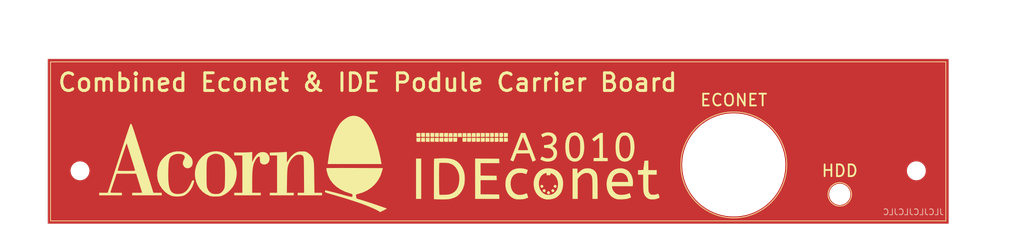
<source format=kicad_pcb>
(kicad_pcb (version 20221018) (generator pcbnew)
  (title_block (title "L3 Econet Server RTC") (date "2022-03-09") (rev "01a") (company "Ken Lowe"))
  (layers (0 "F.Cu" jumper) (31 "B.Cu" signal) (34 "B.Paste" user) (35 "F.Paste" user) (36 "B.SilkS" user "B.Silkscreen") (37 "F.SilkS" user "F.Silkscreen") (38 "B.Mask" user) (39 "F.Mask" user) (44 "Edge.Cuts" user))
  (net 0 "")
  (footprint "MountingHole:MountingHole_4mm" (layer "F.Cu") (at 76.546 93.545 180)
    (fp_text reference "H5" hide)
    (fp_text value "MountingHole")
    (pad "" np_thru_hole circle (at 0 0 180) (size 2.7 2.7) (drill 2.7) (layers "F&B.Cu" "*.Mask"))
  )
  (footprint "MountingHole:MountingHole_4mm" (layer "F.Cu") (at 187.546 92.545 180)
    (fp_text reference "H5" hide)
    (fp_text value "MountingHole")
    (pad "" np_thru_hole circle (at 0 0 180) (size 17 17) (drill 17) (layers "F&B.Cu" "*.Mask"))
  )
  (footprint "MountingHole:MountingHole_4mm" (layer "F.Cu") (at 218.546 93.545 180)
    (fp_text reference "H5" hide)
    (fp_text value "MountingHole")
    (pad "" np_thru_hole circle (at 0 0 180) (size 2.7 2.7) (drill 2.7) (layers "F&B.Cu" "*.Mask"))
  )
  (footprint "A3010_Podule_Carrier:IDEconet" (layer "F.Cu") (at 154.546 92.545)
    (fp_text reference "G***" hide)
    (fp_text value "LOGO" hide)
    (fp_poly (pts (xy -20.06551 5.774952) (xy -20.946435 5.774952) (xy -20.946435 -1.076686) (xy -20.06551 -1.076686)) (fill solid) (layer "F.SilkS"))
    (fp_poly (pts (xy -13.16046 -4.747206) (xy -13.854568 -4.747206) (xy -13.825626 -5.4079) (xy -13.189402 -5.4079)) (fill solid) (layer "F.SilkS"))
    (fp_poly (pts (xy -12.377416 -4.747206) (xy -13.071524 -4.747206) (xy -13.042582 -5.4079) (xy -12.406358 -5.4079)) (fill solid) (layer "F.SilkS"))
    (fp_poly (pts (xy -10.811327 -4.747206) (xy -11.505435 -4.747206) (xy -11.476493 -5.4079) (xy -10.840269 -5.4079)) (fill solid) (layer "F.SilkS"))
    (fp_poly (pts (xy -10.057225 -5.4079) (xy -10.057225 -4.771676) (xy -10.717919 -4.742734) (xy -10.717919 -5.436842)) (fill solid) (layer "F.SilkS"))
    (fp_poly (pts (xy -8.491136 -5.4079) (xy -8.491136 -4.771676) (xy -9.15183 -4.742734) (xy -9.15183 -5.436842)) (fill solid) (layer "F.SilkS"))
    (fp_poly (pts (xy -5.358959 -5.4079) (xy -5.358959 -4.771676) (xy -6.019653 -4.742734) (xy -6.019653 -5.436842)) (fill solid) (layer "F.SilkS"))
    (fp_poly (pts (xy -14.726549 -4.747206) (xy -15.420657 -4.747206) (xy -15.406186 -5.077553) (xy -15.391714 -5.4079) (xy -14.755491 -5.4079)) (fill solid) (layer "F.SilkS"))
    (fp_poly (pts (xy -13.957976 -5.077553) (xy -13.943504 -4.747206) (xy -14.637612 -4.747206) (xy -14.60867 -5.4079) (xy -13.972447 -5.4079)) (fill solid) (layer "F.SilkS"))
    (fp_poly (pts (xy -11.608843 -5.077553) (xy -11.594371 -4.747206) (xy -12.28848 -4.747206) (xy -12.274008 -5.077553) (xy -12.259537 -5.4079) (xy -11.623314 -5.4079)) (fill solid) (layer "F.SilkS"))
    (fp_poly (pts (xy -10.387572 -4.590386) (xy -10.057225 -4.575915) (xy -10.057225 -3.939692) (xy -10.387572 -3.925221) (xy -10.717919 -3.910749) (xy -10.717919 -4.604858)) (fill solid) (layer "F.SilkS"))
    (fp_poly (pts (xy -9.604528 -5.422371) (xy -9.274181 -5.4079) (xy -9.274181 -4.771676) (xy -9.604528 -4.757205) (xy -9.934874 -4.742734) (xy -9.934874 -5.436842)) (fill solid) (layer "F.SilkS"))
    (fp_poly (pts (xy -9.604528 -4.590386) (xy -9.274181 -4.575915) (xy -9.274181 -3.939692) (xy -9.604528 -3.925221) (xy -9.934874 -3.910749) (xy -9.934874 -4.604858)) (fill solid) (layer "F.SilkS"))
    (fp_poly (pts (xy -8.821483 -4.590386) (xy -8.491136 -4.575915) (xy -8.491136 -3.939692) (xy -8.821483 -3.925221) (xy -9.15183 -3.910749) (xy -9.15183 -4.604858)) (fill solid) (layer "F.SilkS"))
    (fp_poly (pts (xy -5.689306 -4.590386) (xy -5.358959 -4.575915) (xy -5.358959 -3.939692) (xy -5.689306 -3.925221) (xy -6.019653 -3.910749) (xy -6.019653 -4.604858)) (fill solid) (layer "F.SilkS"))
    (fp_poly (pts (xy -7.722702 -4.343449) (xy -7.711035 -4.138765) (xy -7.723493 -4.012557) (xy -7.774846 -3.945868) (xy -7.879866 -3.919742) (xy -8.053323 -3.915222) (xy -8.368786 -3.915222) (xy -8.368786 -4.600385) (xy -7.742009 -4.600385)) (fill solid) (layer "F.SilkS"))
    (fp_poly (pts (xy -20.212331 -4.747206) (xy -20.531979 -4.747206) (xy -20.739021 -4.756964) (xy -20.851023 -4.786165) (xy -20.871312 -4.808382) (xy -20.880782 -4.889081) (xy -20.883944 -5.030543) (xy -20.882011 -5.138728) (xy -20.873025 -5.4079) (xy -20.212331 -5.436842)) (fill solid) (layer "F.SilkS"))
    (fp_poly (pts (xy -17.863198 -4.747206) (xy -18.176074 -4.747206) (xy -18.379323 -4.757142) (xy -18.489514 -4.786709) (xy -18.508982 -4.808382) (xy -18.516779 -4.888258) (xy -18.515846 -5.030013) (xy -18.509689 -5.150963) (xy -18.490363 -5.43237) (xy -17.863198 -5.43237)) (fill solid) (layer "F.SilkS"))
    (fp_poly (pts (xy -16.297109 -4.747206) (xy -16.616757 -4.747206) (xy -16.814443 -4.755295) (xy -16.926744 -4.781018) (xy -16.962119 -4.814215) (xy -16.974021 -4.898736) (xy -16.976539 -5.042333) (xy -16.972818 -5.144562) (xy -16.957803 -5.4079) (xy -16.297109 -5.436842)) (fill solid) (layer "F.SilkS"))
    (fp_poly (pts (xy -15.514065 -4.747206) (xy -15.833713 -4.747206) (xy -16.031399 -4.755295) (xy -16.143699 -4.781018) (xy -16.179074 -4.814215) (xy -16.190976 -4.898736) (xy -16.193494 -5.042333) (xy -16.189773 -5.144562) (xy -16.174759 -5.4079) (xy -15.514065 -5.436842)) (fill solid) (layer "F.SilkS"))
    (fp_poly (pts (xy -7.722295 -5.150963) (xy -7.715002 -4.98665) (xy -7.716492 -4.858451) (xy -7.723002 -4.808382) (xy -7.786624 -4.769277) (xy -7.944276 -4.749625) (xy -8.05591 -4.747206) (xy -8.368786 -4.747206) (xy -8.368786 -5.43237) (xy -7.741621 -5.43237)) (fill solid) (layer "F.SilkS"))
    (fp_poly (pts (xy -6.941812 -5.169492) (xy -6.931469 -4.966381) (xy -6.942145 -4.841779) (xy -6.988803 -4.776506) (xy -7.086407 -4.751376) (xy -7.24992 -4.747209) (xy -7.271218 -4.747206) (xy -7.585741 -4.747206) (xy -7.585741 -5.43237) (xy -6.958577 -5.43237)) (fill solid) (layer "F.SilkS"))
    (fp_poly (pts (xy -6.941812 -4.337507) (xy -6.931469 -4.134396) (xy -6.942145 -4.009795) (xy -6.988803 -3.944521) (xy -7.086407 -3.919392) (xy -7.24992 -3.915224) (xy -7.271218 -3.915222) (xy -7.585741 -3.915222) (xy -7.585741 -4.600385) (xy -6.958577 -4.600385)) (fill solid) (layer "F.SilkS"))
    (fp_poly (pts (xy -6.158768 -5.169492) (xy -6.148425 -4.966381) (xy -6.159101 -4.841779) (xy -6.205759 -4.776506) (xy -6.303362 -4.751376) (xy -6.466876 -4.747209) (xy -6.488174 -4.747206) (xy -6.802697 -4.747206) (xy -6.802697 -5.43237) (xy -6.175532 -5.43237)) (fill solid) (layer "F.SilkS"))
    (fp_poly (pts (xy -6.158768 -4.337507) (xy -6.148425 -4.134396) (xy -6.159101 -4.009795) (xy -6.205759 -3.944521) (xy -6.303362 -3.919392) (xy -6.466876 -3.915224) (xy -6.488174 -3.915222) (xy -6.802697 -3.915222) (xy -6.802697 -4.600385) (xy -6.175532 -4.600385)) (fill solid) (layer "F.SilkS"))
    (fp_poly (pts (xy -20.212331 -3.915222) (xy -20.527555 -3.915222) (xy -20.692856 -3.920493) (xy -20.814603 -3.934257) (xy -20.864011 -3.951927) (xy -20.874397 -4.01718) (xy -20.879638 -4.148885) (xy -20.879135 -4.282274) (xy -20.873025 -4.575915) (xy -20.542678 -4.590386) (xy -20.212331 -4.604858)) (fill solid) (layer "F.SilkS"))
    (fp_poly (pts (xy -19.429287 -4.747206) (xy -19.74381 -4.747206) (xy -19.921922 -4.752233) (xy -20.023053 -4.770619) (xy -20.06774 -4.807317) (xy -20.074157 -4.82691) (xy -20.080163 -4.919385) (xy -20.078212 -5.06871) (xy -20.073216 -5.169492) (xy -20.056451 -5.43237) (xy -19.429287 -5.43237)) (fill solid) (layer "F.SilkS"))
    (fp_poly (pts (xy -19.429287 -3.915222) (xy -19.74381 -3.915222) (xy -19.921922 -3.920249) (xy -20.023053 -3.938634) (xy -20.06774 -3.975332) (xy -20.074157 -3.994925) (xy -20.080163 -4.0874) (xy -20.078212 -4.236725) (xy -20.073216 -4.337507) (xy -20.056451 -4.600385) (xy -19.429287 -4.600385)) (fill solid) (layer "F.SilkS"))
    (fp_poly (pts (xy -18.646242 -4.747206) (xy -18.960766 -4.747206) (xy -19.138878 -4.752233) (xy -19.240008 -4.770619) (xy -19.284695 -4.807317) (xy -19.291113 -4.82691) (xy -19.297119 -4.919385) (xy -19.295168 -5.06871) (xy -19.290172 -5.169492) (xy -19.273407 -5.43237) (xy -18.646242 -5.43237)) (fill solid) (layer "F.SilkS"))
    (fp_poly (pts (xy -18.646242 -3.915222) (xy -18.960766 -3.915222) (xy -19.138878 -3.920249) (xy -19.240008 -3.938634) (xy -19.284695 -3.975332) (xy -19.291113 -3.994925) (xy -19.297119 -4.0874) (xy -19.295168 -4.236725) (xy -19.290172 -4.337507) (xy -19.273407 -4.600385) (xy -18.646242 -4.600385)) (fill solid) (layer "F.SilkS"))
    (fp_poly (pts (xy -17.863198 -3.915222) (xy -18.175602 -3.915222) (xy -18.35141 -3.919891) (xy -18.451635 -3.937679) (xy -18.498292 -3.974251) (xy -18.508298 -4.000867) (xy -18.51644 -4.097511) (xy -18.514709 -4.249074) (xy -18.509282 -4.343449) (xy -18.489975 -4.600385) (xy -17.863198 -4.600385)) (fill solid) (layer "F.SilkS"))
    (fp_poly (pts (xy -17.080154 -4.747206) (xy -17.399802 -4.747206) (xy -17.606843 -4.756964) (xy -17.718846 -4.786165) (xy -17.739135 -4.808382) (xy -17.748605 -4.889081) (xy -17.751767 -5.030543) (xy -17.749834 -5.138728) (xy -17.740847 -5.4079) (xy -17.410501 -5.422371) (xy -17.080154 -5.436842)) (fill solid) (layer "F.SilkS"))
    (fp_poly (pts (xy -17.080154 -3.915222) (xy -17.395377 -3.915222) (xy -17.560679 -3.920493) (xy -17.682425 -3.934257) (xy -17.731834 -3.951927) (xy -17.74222 -4.01718) (xy -17.74746 -4.148885) (xy -17.746957 -4.282274) (xy -17.740847 -4.575915) (xy -17.410501 -4.590386) (xy -17.080154 -4.604858)) (fill solid) (layer "F.SilkS"))
    (fp_poly (pts (xy -16.297109 -3.915222) (xy -16.616757 -3.915222) (xy -16.814443 -3.92331) (xy -16.926744 -3.949034) (xy -16.962119 -3.982231) (xy -16.974021 -4.066752) (xy -16.976539 -4.210348) (xy -16.972818 -4.312577) (xy -16.957803 -4.575915) (xy -16.627456 -4.590386) (xy -16.297109 -4.604858)) (fill solid) (layer "F.SilkS"))
    (fp_poly (pts (xy -15.514065 -3.915222) (xy -15.833713 -3.915222) (xy -16.031399 -3.92331) (xy -16.143699 -3.949034) (xy -16.179074 -3.982231) (xy -16.190976 -4.066752) (xy -16.193494 -4.210348) (xy -16.189773 -4.312577) (xy -16.174759 -4.575915) (xy -15.844412 -4.590386) (xy -15.514065 -4.604858)) (fill solid) (layer "F.SilkS"))
    (fp_poly (pts (xy -14.74102 -4.270039) (xy -14.755491 -3.939692) (xy -15.051141 -3.925387) (xy -15.213584 -3.923125) (xy -15.334663 -3.931797) (xy -15.381488 -3.945779) (xy -15.39956 -4.009518) (xy -15.41211 -4.141057) (xy -15.416185 -4.29043) (xy -15.416185 -4.600385) (xy -14.726549 -4.600385)) (fill solid) (layer "F.SilkS"))
    (fp_poly (pts (xy -13.957976 -4.270039) (xy -13.972447 -3.939692) (xy -14.268097 -3.925387) (xy -14.43054 -3.923125) (xy -14.551619 -3.931797) (xy -14.598444 -3.945779) (xy -14.616515 -4.009518) (xy -14.629065 -4.141057) (xy -14.63314 -4.29043) (xy -14.63314 -4.600385) (xy -13.943504 -4.600385)) (fill solid) (layer "F.SilkS"))
    (fp_poly (pts (xy -12.391887 -4.270039) (xy -12.406358 -3.939692) (xy -12.702008 -3.925387) (xy -12.864451 -3.923125) (xy -12.985531 -3.931797) (xy -13.032355 -3.945779) (xy -13.050427 -4.009518) (xy -13.062977 -4.141057) (xy -13.067052 -4.29043) (xy -13.067052 -4.600385) (xy -12.377416 -4.600385)) (fill solid) (layer "F.SilkS"))
    (fp_poly (pts (xy -11.608843 -4.270039) (xy -11.623314 -3.939692) (xy -11.918964 -3.925387) (xy -12.081407 -3.923125) (xy -12.202486 -3.931797) (xy -12.249311 -3.945779) (xy -12.267382 -4.009518) (xy -12.279932 -4.141057) (xy -12.284007 -4.29043) (xy -12.284007 -4.600385) (xy -11.594371 -4.600385)) (fill solid) (layer "F.SilkS"))
    (fp_poly (pts (xy -10.825798 -4.270039) (xy -10.840269 -3.939692) (xy -11.13592 -3.925387) (xy -11.298363 -3.923125) (xy -11.419442 -3.931797) (xy -11.466266 -3.945779) (xy -11.484338 -4.009518) (xy -11.496888 -4.141057) (xy -11.500963 -4.29043) (xy -11.500963 -4.600385) (xy -10.811327 -4.600385)) (fill solid) (layer "F.SilkS"))
    (fp_poly (pts (xy -8.870424 -1.064988) (xy -6.827167 -1.052216) (xy -6.812874 -0.672929) (xy -6.79858 -0.293642) (xy -9.983815 -0.293642) (xy -9.983815 1.809242) (xy -8.625722 1.822251) (xy -7.26763 1.83526) (xy -7.239042 2.593834) (xy -9.983815 2.593834) (xy -9.983815 4.990552) (xy -6.827167 5.016378) (xy -6.812874 5.395665) (xy -6.79858 5.774952) (xy -10.91368 5.774952) (xy -10.91368 -1.07776)) (fill solid) (layer "F.SilkS"))
    (fp_poly (pts (xy 0.51303 3.415105) (xy 0.612826 3.504558) (xy 0.677543 3.607401) (xy 0.685164 3.64605) (xy 0.652328 3.730451) (xy 0.576239 3.827715) (xy 0.490532 3.899823) (xy 0.447063 3.915222) (xy 0.382818 3.887505) (xy 0.283937 3.820146) (xy 0.275772 3.813789) (xy 0.187015 3.724675) (xy 0.147005 3.646377) (xy 0.146821 3.642498) (xy 0.184903 3.548115) (xy 0.273911 3.449874) (xy 0.375992 3.385131) (xy 0.415993 3.376879)) (fill solid) (layer "F.SilkS"))
    (fp_poly (pts (xy 0.904552 4.149209) (xy 1.004348 4.238662) (xy 1.069065 4.341505) (xy 1.076686 4.380154) (xy 1.04385 4.464555) (xy 0.967762 4.56182) (xy 0.882055 4.633927) (xy 0.838585 4.649326) (xy 0.77434 4.621609) (xy 0.675459 4.55425) (xy 0.667294 4.547893) (xy 0.578537 4.458779) (xy 0.538527 4.380481) (xy 0.538343 4.376602) (xy 0.576425 4.282219) (xy 0.665433 4.183978) (xy 0.767514 4.119235) (xy 0.807515 4.110983)) (fill solid) (layer "F.SilkS"))
    (fp_poly (pts (xy 1.638656 4.491791) (xy 1.738452 4.581244) (xy 1.803169 4.684087) (xy 1.81079 4.722736) (xy 1.777954 4.807137) (xy 1.701866 4.904401) (xy 1.616159 4.976509) (xy 1.572689 4.991907) (xy 1.508444 4.964191) (xy 1.409563 4.896832) (xy 1.401398 4.890475) (xy 1.312641 4.80136) (xy 1.272631 4.723063) (xy 1.272447 4.719184) (xy 1.310529 4.6248) (xy 1.399538 4.52656) (xy 1.501618 4.461817) (xy 1.541619 4.453564)) (fill solid) (layer "F.SilkS"))
    (fp_poly (pts (xy 2.37276 4.149209) (xy 2.472556 4.238662) (xy 2.537273 4.341505) (xy 2.544894 4.380154) (xy 2.512058 4.464555) (xy 2.43597 4.56182) (xy 2.350263 4.633927) (xy 2.306793 4.649326) (xy 2.242548 4.621609) (xy 2.143667 4.55425) (xy 2.135502 4.547893) (xy 2.046745 4.458779) (xy 2.006735 4.380481) (xy 2.006551 4.376602) (xy 2.044633 4.282219) (xy 2.133642 4.183978) (xy 2.235722 4.119235) (xy 2.275723 4.110983)) (fill solid) (layer "F.SilkS"))
    (fp_poly (pts (xy 2.764282 3.415105) (xy 2.864078 3.504558) (xy 2.928795 3.607401) (xy 2.936417 3.64605) (xy 2.90358 3.730451) (xy 2.827492 3.827715) (xy 2.741785 3.899823) (xy 2.698315 3.915222) (xy 2.63407 3.887505) (xy 2.535189 3.820146) (xy 2.527024 3.813789) (xy 2.438267 3.724675) (xy 2.398257 3.646377) (xy 2.398074 3.642498) (xy 2.436155 3.548115) (xy 2.525164 3.449874) (xy 2.627245 3.385131) (xy 2.667245 3.376879)) (fill solid) (layer "F.SilkS"))
    (fp_poly (pts (xy 10.778575 -3.315703) (xy 10.79133 -1.199037) (xy 11.195087 -1.184822) (xy 11.598844 -1.170608) (xy 11.598844 -0.636224) (xy 9.200771 -0.636224) (xy 9.200771 -1.174567) (xy 10.179576 -1.174567) (xy 10.179576 -2.887476) (xy 10.178623 -3.285919) (xy 10.175912 -3.651536) (xy 10.171667 -3.973251) (xy 10.166113 -4.239991) (xy 10.159474 -4.44068) (xy 10.151975 -4.564242) (xy 10.144892 -4.600385) (xy 10.093501 -4.572313) (xy 9.983969 -4.496911) (xy 9.835059 -4.387402) (xy 9.741135 -4.315854) (xy 9.574499 -4.188416) (xy 9.433483 -4.08246) (xy 9.338527 -4.013254) (xy 9.313931 -3.996735) (xy 9.251868 -4.013736) (xy 9.158739 -4.108944) (xy 9.101217 -4.186825) (xy 9.019724 -4.311513) (xy 8.970699 -4.398882) (xy 8.963587 -4.425225) (xy 9.006468 -4.457605) (xy 9.114591 -4.538675) (xy 9.274771 -4.658563) (xy 9.47382 -4.807397) (xy 9.645472 -4.935658) (xy 9.891972 -5.118524) (xy 10.075837 -5.25015) (xy 10.212082 -5.338889) (xy 10.315717 -5.393095) (xy 10.401758 -5.421123) (xy 10.485216 -5.431327) (xy 10.538112 -5.43237) (xy 10.76582 -5.43237)) (fill solid) (layer "F.SilkS"))
    (fp_poly (pts (xy 8.644831 0.621837) (xy 8.98066 0.731103) (xy 9.262241 0.89712) (xy 9.442366 1.074188) (xy 9.545095 1.211374) (xy 9.630661 1.345064) (xy 9.70062 1.485541) (xy 9.756528 1.64309) (xy 9.79994 1.827993) (xy 9.832411 2.050534) (xy 9.855498 2.320996) (xy 9.870755 2.649663) (xy 9.879739 3.046817) (xy 9.884005 3.522742) (xy 9.885085 4.000867) (xy 9.885935 5.774952) (xy 9.00501 5.774952) (xy 9.00501 4.046455) (xy 9.004149 3.537923) (xy 9.000774 3.117045) (xy 8.993702 2.773601) (xy 8.981748 2.497374) (xy 8.963726 2.278145) (xy 8.938451 2.105695) (xy 8.904739 1.969807) (xy 8.861405 1.860262) (xy 8.807263 1.766842) (xy 8.74113 1.679328) (xy 8.728802 1.664532) (xy 8.538013 1.490013) (xy 8.313936 1.392011) (xy 8.033493 1.360559) (xy 8.025057 1.360539) (xy 7.682454 1.40832) (xy 7.346931 1.547213) (xy 7.029861 1.770543) (xy 6.742612 2.071635) (xy 6.684771 2.147345) (xy 6.509056 2.386717) (xy 6.509056 5.774952) (xy 5.628131 5.774952) (xy 5.628131 0.636223) (xy 6.460116 0.636223) (xy 6.460116 1.480064) (xy 6.795076 1.16408) (xy 7.063621 0.931615) (xy 7.309714 0.769563) (xy 7.560249 0.663804) (xy 7.842118 0.600217) (xy 7.879452 0.594733) (xy 8.27201 0.574616)) (fill solid) (layer "F.SilkS"))
    (fp_poly (pts (xy 18.499422 0.880925) (xy 19.91869 0.880925) (xy 19.91869 1.663969) (xy 18.499422 1.663969) (xy 18.499695 2.997591) (xy 18.501766 3.407234) (xy 18.507543 3.770751) (xy 18.516633 4.076786) (xy 18.528645 4.313981) (xy 18.543187 4.47098) (xy 18.552212 4.519361) (xy 18.619221 4.673071) (xy 18.72524 4.834921) (xy 18.768525 4.886413) (xy 18.852052 4.973791) (xy 18.923891 5.026756) (xy 19.011556 5.053923) (xy 19.142565 5.063905) (xy 19.339996 5.065318) (xy 19.580749 5.058306) (xy 19.757726 5.033501) (xy 19.904276 4.985244) (xy 19.956632 4.96073) (xy 20.066857 4.907804) (xy 20.141341 4.890725) (xy 20.19531 4.922337) (xy 20.243991 5.015487) (xy 20.302614 5.183018) (xy 20.333993 5.279052) (xy 20.377463 5.417584) (xy 20.38919 5.509849) (xy 20.355788 5.575011) (xy 20.263869 5.632234) (xy 20.100046 5.700682) (xy 20.016571 5.73346) (xy 19.752777 5.808733) (xy 19.445439 5.852318) (xy 19.127561 5.863219) (xy 18.832147 5.840443) (xy 18.592202 5.782994) (xy 18.576352 5.776855) (xy 18.309534 5.626665) (xy 18.065144 5.411391) (xy 17.878043 5.162732) (xy 17.85541 5.121305) (xy 17.788641 4.975024) (xy 17.735218 4.814402) (xy 17.693792 4.627155) (xy 17.663011 4.401002) (xy 17.641528 4.123662) (xy 17.627991 3.782853) (xy 17.621053 3.366294) (xy 17.619347 2.973121) (xy 17.618497 1.663969) (xy 16.737573 1.663969) (xy 16.737573 0.884598) (xy 17.189714 0.870526) (xy 17.641855 0.856455) (xy 17.740292 0.07341) (xy 17.838729 -0.709634) (xy 18.169075 -0.724105) (xy 18.499422 -0.738576)) (fill solid) (layer "F.SilkS"))
    (fp_poly (pts (xy -2.747701 -5.421644) (xy -2.387694 -5.4079) (xy -1.492995 -3.107707) (xy -1.318706 -2.658968) (xy -1.155983 -2.238738) (xy -1.008141 -1.855663) (xy -0.878492 -1.518391) (xy -0.77035 -1.235566) (xy -0.687029 -1.015836) (xy -0.631841 -0.867846) (xy -0.6081 -0.800243) (xy -0.607464 -0.796918) (xy -0.653365 -0.77319) (xy -0.763628 -0.722058) (xy -0.891737 -0.664658) (xy -1.166843 -0.542993) (xy -1.427141 -1.251191) (xy -1.68744 -1.959388) (xy -2.78735 -1.946265) (xy -3.88726 -1.933141) (xy -4.133985 -1.276433) (xy -4.225324 -1.04087) (xy -4.308397 -0.840517) (xy -4.375807 -0.692207) (xy -4.420157 -0.612776) (xy -4.429372 -0.60417) (xy -4.498175 -0.614978) (xy -4.620756 -0.659662) (xy -4.706346 -0.698065) (xy -4.934658 -0.807515) (xy -4.243838 -2.557438) (xy -3.62158 -2.557438) (xy -3.598136 -2.534127) (xy -3.520947 -2.517071) (xy -3.379729 -2.505535) (xy -3.164195 -2.498784) (xy -2.864063 -2.496084) (xy -2.761047 -2.495954) (xy -2.468586 -2.498351) (xy -2.225445 -2.505088) (xy -2.044574 -2.515484) (xy -1.938922 -2.528856) (xy -1.916827 -2.540409) (xy -2.035007 -2.857912) (xy -2.159833 -3.185315) (xy -2.286256 -3.510181) (xy -2.409226 -3.820071) (xy -2.523695 -4.102548) (xy -2.624612 -4.345174) (xy -2.706929 -4.535512) (xy -2.765596 -4.661123) (xy -2.795564 -4.709571) (xy -2.79735 -4.70934) (xy -2.825899 -4.653156) (xy -2.882125 -4.521173) (xy -2.959879 -4.329442) (xy -3.053015 -4.094013) (xy -3.155384 -3.830936) (xy -3.260838 -3.556264) (xy -3.36323 -3.286047) (xy -3.456411 -3.036335) (xy -3.534234 -2.82318) (xy -3.590551 -2.662633) (xy -3.619214 -2.570744) (xy -3.62158 -2.557438) (xy -4.243838 -2.557438) (xy -4.021182 -3.121451) (xy -3.107707 -5.435387)) (fill solid) (layer "F.SilkS"))
    (fp_poly (pts (xy -2.660848 0.629407) (xy -2.358984 0.707829) (xy -2.16968 0.767598) (xy -2.051306 0.815386) (xy -1.99524 0.872376) (xy -1.992857 0.959752) (xy -2.035535 1.098697) (xy -2.114187 1.309152) (xy -2.169719 1.449209) (xy -2.213734 1.542531) (xy -2.231842 1.566089) (xy -2.286224 1.551496) (xy -2.406533 1.513329) (xy -2.558673 1.462568) (xy -2.903692 1.380993) (xy -3.271378 1.35519) (xy -3.624739 1.385598) (xy -3.862097 1.446986) (xy -4.19629 1.615954) (xy -4.467845 1.857336) (xy -4.674118 2.166205) (xy -4.812461 2.537635) (xy -4.880231 2.966698) (xy -4.881959 3.346289) (xy -4.820854 3.793464) (xy -4.69306 4.186741) (xy -4.50338 4.518916) (xy -4.256616 4.782783) (xy -3.957572 4.971136) (xy -3.74856 5.046683) (xy -3.499577 5.083506) (xy -3.200677 5.081606) (xy -2.890172 5.044647) (xy -2.606375 4.976291) (xy -2.470905 4.924528) (xy -2.320274 4.861171) (xy -2.205776 4.823351) (xy -2.156612 4.818614) (xy -2.120941 4.875245) (xy -2.071238 4.994725) (xy -2.016614 5.148931) (xy -1.966181 5.309738) (xy -1.929051 5.449024) (xy -1.914335 5.538664) (xy -1.917806 5.555699) (xy -1.975447 5.584926) (xy -2.101069 5.635308) (xy -2.269815 5.696993) (xy -2.307446 5.71013) (xy -2.502556 5.770343) (xy -2.694414 5.810574) (xy -2.914794 5.83558) (xy -3.195471 5.850122) (xy -3.254528 5.851986) (xy -3.504421 5.854957) (xy -3.736525 5.849904) (xy -3.923103 5.837892) (xy -4.027858 5.822344) (xy -4.44984 5.667095) (xy -4.826564 5.429771) (xy -5.150634 5.11856) (xy -5.414652 4.741649) (xy -5.611222 4.307224) (xy -5.706679 3.964162) (xy -5.756657 3.608842) (xy -5.76953 3.217021) (xy -5.747007 2.822215) (xy -5.690797 2.457942) (xy -5.61642 2.193566) (xy -5.432735 1.794132) (xy -5.195316 1.432653) (xy -4.918781 1.127164) (xy -4.617745 0.8957) (xy -4.520218 0.841021) (xy -4.09962 0.677548) (xy -3.634545 0.586864) (xy -3.147465 0.570356)) (fill solid) (layer "F.SilkS"))
    (fp_poly (pts (xy 6.297648 -5.516348) (xy 6.42485 -5.483061) (xy 6.571867 -5.417721) (xy 6.655877 -5.375264) (xy 6.926074 -5.198701) (xy 7.145907 -4.967802) (xy 7.319727 -4.674113) (xy 7.451889 -4.30918) (xy 7.546745 -3.864551) (xy 7.586193 -3.568546) (xy 7.620193 -3.005001) (xy 7.596007 -2.482676) (xy 7.516419 -2.008616) (xy 7.384212 -1.589867) (xy 7.202167 -1.233473) (xy 6.973067 -0.946479) (xy 6.699697 -0.735931) (xy 6.420841 -0.618382) (xy 6.143669 -0.556757) (xy 5.907396 -0.547254) (xy 5.669663 -0.590526) (xy 5.537499 -0.631989) (xy 5.278582 -0.740828) (xy 5.077868 -0.87824) (xy 4.895676 -1.072651) (xy 4.86143 -1.116357) (xy 4.675726 -1.422023) (xy 4.538321 -1.794897) (xy 4.447848 -2.240768) (xy 4.40294 -2.765428) (xy 4.397599 -3.058767) (xy 5.042068 -3.058767) (xy 5.064741 -2.553331) (xy 5.130371 -2.116598) (xy 5.236807 -1.752464) (xy 5.381903 -1.464824) (xy 5.563511 -1.257572) (xy 5.779482 -1.134604) (xy 6.027669 -1.099815) (xy 6.117534 -1.108539) (xy 6.277142 -1.149499) (xy 6.416776 -1.21016) (xy 6.569538 -1.345568) (xy 6.708971 -1.551946) (xy 6.818956 -1.802423) (xy 6.861673 -1.951914) (xy 6.887406 -2.121162) (xy 6.907208 -2.37035) (xy 6.92006 -2.681661) (xy 6.924943 -3.037277) (xy 6.92496 -3.058767) (xy 6.923123 -3.387748) (xy 6.916451 -3.638226) (xy 6.903322 -3.829526) (xy 6.882116 -3.980973) (xy 6.85121 -4.111891) (xy 6.831109 -4.177229) (xy 6.690915 -4.514034) (xy 6.520407 -4.758953) (xy 6.31758 -4.913801) (xy 6.080425 -4.980389) (xy 5.941758 -4.980648) (xy 5.687356 -4.922731) (xy 5.477329 -4.791382) (xy 5.310259 -4.583567) (xy 5.184723 -4.29625) (xy 5.099302 -3.926397) (xy 5.052573 -3.470973) (xy 5.042068 -3.058767) (xy 4.397599 -3.058767) (xy 4.397153 -3.083237) (xy 4.425501 -3.662334) (xy 4.508848 -4.162372) (xy 4.647883 -4.58572) (xy 4.843296 -4.934748) (xy 4.984736 -5.10617) (xy 5.199841 -5.298328) (xy 5.427319 -5.423394) (xy 5.696074 -5.493758) (xy 5.946243 -5.5183) (xy 6.15115 -5.525467)) (fill solid) (layer "F.SilkS"))
    (fp_poly (pts (xy 14.180922 0.613705) (xy 14.586931 0.733296) (xy 14.951 0.92878) (xy 15.140152 1.07893) (xy 15.422789 1.401321) (xy 15.643816 1.788591) (xy 15.798486 2.225947) (xy 15.88205 2.698597) (xy 15.889758 3.191749) (xy 15.873876 3.364643) (xy 15.843014 3.62158) (xy 12.332948 3.62158) (xy 12.332948 3.742095) (xy 12.34963 3.852707) (xy 12.392765 4.013821) (xy 12.437062 4.145852) (xy 12.580982 4.424669) (xy 12.787965 4.67654) (xy 13.034707 4.87848) (xy 13.297906 5.0075) (xy 13.316314 5.013198) (xy 13.643558 5.073872) (xy 14.024573 5.084824) (xy 14.430241 5.048396) (xy 14.831448 4.966927) (xy 15.140888 4.86651) (xy 15.261448 4.823679) (xy 15.33615 4.805642) (xy 15.345519 4.807048) (xy 15.364851 4.858035) (xy 15.402241 4.979109) (xy 15.45021 5.145863) (xy 15.458804 5.176726) (xy 15.557091 5.531408) (xy 15.382559 5.604332) (xy 15.103072 5.705134) (xy 14.808205 5.776291) (xy 14.472229 5.822373) (xy 14.069414 5.847949) (xy 13.996917 5.850447) (xy 13.615342 5.855281) (xy 13.323493 5.842818) (xy 13.114701 5.812739) (xy 13.091523 5.807053) (xy 12.659477 5.64665) (xy 12.285004 5.408753) (xy 11.971994 5.09771) (xy 11.724336 4.717872) (xy 11.545917 4.27359) (xy 11.478627 4.00293) (xy 11.412054 3.482488) (xy 11.418958 2.974644) (xy 11.432615 2.887476) (xy 12.282143 2.887476) (xy 15.08708 2.887476) (xy 15.054772 2.612586) (xy 14.968865 2.231523) (xy 14.809235 1.907788) (xy 14.595011 1.66217) (xy 14.323659 1.482929) (xy 14.016899 1.379305) (xy 13.693558 1.349208) (xy 13.372467 1.390551) (xy 13.072453 1.501244) (xy 12.812345 1.679198) (xy 12.638399 1.879235) (xy 12.516333 2.096069) (xy 12.414993 2.35916) (xy 12.325436 2.69243) (xy 12.311818 2.75289) (xy 12.282143 2.887476) (xy 11.432615 2.887476) (xy 11.49491 2.48986) (xy 11.63548 2.038598) (xy 11.836239 1.631322) (xy 12.092757 1.278494) (xy 12.400606 0.990576) (xy 12.755355 0.77803) (xy 12.862866 0.733305) (xy 13.30373 0.611409) (xy 13.748136 0.572309)) (fill solid) (layer "F.SilkS"))
    (fp_poly (pts (xy 14.742699 -5.501406) (xy 14.909761 -5.484355) (xy 15.044775 -5.448736) (xy 15.180541 -5.388659) (xy 15.190205 -5.38375) (xy 15.476859 -5.183219) (xy 15.712389 -4.900293) (xy 15.89706 -4.53451) (xy 16.031133 -4.085406) (xy 16.081902 -3.812562) (xy 16.135328 -3.287255) (xy 16.135524 -2.775802) (xy 16.085257 -2.291315) (xy 15.987297 -1.846908) (xy 15.844412 -1.455693) (xy 15.659373 -1.130784) (xy 15.470206 -0.915807) (xy 15.173053 -0.709917) (xy 14.838572 -0.586613) (xy 14.485655 -0.54972) (xy 14.133196 -0.603062) (xy 14.053106 -0.628881) (xy 13.814546 -0.729093) (xy 13.631138 -0.849019) (xy 13.469162 -1.014831) (xy 13.347356 -1.176644) (xy 13.206697 -1.402218) (xy 13.100811 -1.637823) (xy 13.024794 -1.902863) (xy 12.97374 -2.216745) (xy 12.942744 -2.598873) (xy 12.933488 -2.814066) (xy 12.934201 -3.107327) (xy 13.562587 -3.107327) (xy 13.573765 -2.700063) (xy 13.612734 -2.314799) (xy 13.680196 -1.9749) (xy 13.703571 -1.893342) (xy 13.835868 -1.578511) (xy 14.009438 -1.338769) (xy 14.215803 -1.178652) (xy 14.446481 -1.102694) (xy 14.692996 -1.115427) (xy 14.946866 -1.221387) (xy 14.953117 -1.225198) (xy 15.135237 -1.391929) (xy 15.277103 -1.644171) (xy 15.379024 -1.982972) (xy 15.441307 -2.409378) (xy 15.46426 -2.924438) (xy 15.464402 -2.964133) (xy 15.448876 -3.478655) (xy 15.399635 -3.908557) (xy 15.314582 -4.261852) (xy 15.191623 -4.546553) (xy 15.028661 -4.770673) (xy 14.978834 -4.820617) (xy 14.878344 -4.904012) (xy 14.779759 -4.948241) (xy 14.64565 -4.965276) (xy 14.519812 -4.967437) (xy 14.258778 -4.940977) (xy 14.058223 -4.853058) (xy 13.898383 -4.69087) (xy 13.781712 -4.489089) (xy 13.688762 -4.227471) (xy 13.620789 -3.894395) (xy 13.578496 -3.513226) (xy 13.562587 -3.107327) (xy 12.934201 -3.107327) (xy 12.934936 -3.409517) (xy 12.98377 -3.92357) (xy 13.081861 -4.36148) (xy 13.23108 -4.728503) (xy 13.433299 -5.029896) (xy 13.690389 -5.270913) (xy 13.844574 -5.373065) (xy 13.966855 -5.43843) (xy 14.081361 -5.478145) (xy 14.219109 -5.498388) (xy 14.411119 -5.505338) (xy 14.51079 -5.50578)) (fill solid) (layer "F.SilkS"))
    (fp_poly (pts (xy 2.158965 0.636988) (xy 2.604903 0.785479) (xy 3.004059 1.0119) (xy 3.349209 1.311562) (xy 3.633129 1.679776) (xy 3.848595 2.111853) (xy 3.94248 2.401567) (xy 4.019166 2.852131) (xy 4.027328 3.338713) (xy 3.969981 3.830529) (xy 3.850143 4.296795) (xy 3.727198 4.598702) (xy 3.577724 4.84035) (xy 3.367617 5.093983) (xy 3.124892 5.330085) (xy 2.877562 5.519138) (xy 2.820078 5.554552) (xy 2.472511 5.711235) (xy 2.070561 5.817456) (xy 1.644794 5.86983) (xy 1.225778 5.864968) (xy 0.844079 5.799484) (xy 0.780354 5.780569) (xy 0.320054 5.585185) (xy -0.077643 5.315928) (xy -0.408407 4.977569) (xy -0.667907 4.574879) (xy -0.851813 4.112628) (xy -0.899252 3.930031) (xy -0.976612 3.40319) (xy -0.972339 3.045262) (xy -0.085587 3.045262) (xy -0.072436 3.490819) (xy 0.018223 3.902834) (xy 0.180245 4.271164) (xy 0.407482 4.585666) (xy 0.693788 4.836196) (xy 1.033017 5.012611) (xy 1.125627 5.044023) (xy 1.31276 5.076121) (xy 1.554107 5.083677) (xy 1.809437 5.067863) (xy 2.038523 5.029851) (xy 2.090794 5.015894) (xy 2.347638 4.89745) (xy 2.59766 4.707548) (xy 2.81382 4.470497) (xy 2.956954 4.237164) (xy 3.098729 3.840332) (xy 3.162626 3.42896) (xy 3.152376 3.017851) (xy 3.071712 2.621807) (xy 2.924364 2.255632) (xy 2.714065 1.934129) (xy 2.444546 1.672101) (xy 2.283324 1.564891) (xy 2.098045 1.466269) (xy 1.978704 1.425999) (xy 1.912335 1.444518) (xy 1.885969 1.52226) (xy 1.883703 1.578324) (xy 1.884201 1.73738) (xy 1.223507 1.766322) (xy 1.223507 1.563019) (xy 1.219426 1.435723) (xy 1.195064 1.383236) (xy 1.132244 1.382511) (xy 1.088921 1.392364) (xy 0.741 1.523764) (xy 0.449021 1.732956) (xy 0.216394 2.015143) (xy 0.046527 2.365529) (xy -0.057174 2.779318) (xy -0.085587 3.045262) (xy -0.972339 3.045262) (xy -0.970571 2.897169) (xy -0.886122 2.42008) (xy -0.72826 1.980032) (xy -0.50198 1.58514) (xy -0.212275 1.243514) (xy 0.13586 0.963265) (xy 0.53743 0.752506) (xy 0.987441 0.619348) (xy 1.155641 0.592555) (xy 1.67347 0.571117)) (fill solid) (layer "F.SilkS"))
    (fp_poly (pts (xy 1.663623 -5.520838) (xy 1.984434 -5.468963) (xy 2.260761 -5.374246) (xy 2.305347 -5.351579) (xy 2.578577 -5.152343) (xy 2.778042 -4.898282) (xy 2.896482 -4.603002) (xy 2.926637 -4.280107) (xy 2.919926 -4.199975) (xy 2.844886 -3.889697) (xy 2.693599 -3.623147) (xy 2.45771 -3.387775) (xy 2.307012 -3.278899) (xy 2.249637 -3.236832) (xy 2.238355 -3.200135) (xy 2.283753 -3.150969) (xy 2.396421 -3.071491) (xy 2.452227 -3.034198) (xy 2.698217 -2.823345) (xy 2.859377 -2.593834) (xy 2.940445 -2.435574) (xy 2.985577 -2.298968) (xy 3.004393 -2.142509) (xy 3.00684 -1.957611) (xy 2.962095 -1.576525) (xy 2.836878 -1.249662) (xy 2.634786 -0.981113) (xy 2.359414 -0.77497) (xy 2.014358 -0.635324) (xy 1.804466 -0.589674) (xy 1.616347 -0.561184) (xy 1.473416 -0.54832) (xy 1.337058 -0.551155) (xy 1.168662 -0.569761) (xy 1.018289 -0.591144) (xy 0.81873 -0.637619) (xy 0.593422 -0.715112) (xy 0.442869 -0.78183) (xy 0.146077 -0.93165) (xy 0.269624 -1.175459) (xy 0.342069 -1.308764) (xy 0.399573 -1.397321) (xy 0.423046 -1.419268) (xy 0.47873 -1.399138) (xy 0.596937 -1.346204) (xy 0.752753 -1.271654) (xy 0.762514 -1.266856) (xy 0.960182 -1.17916) (xy 1.132194 -1.132176) (xy 1.329521 -1.114086) (xy 1.429213 -1.112279) (xy 1.710293 -1.128075) (xy 1.925096 -1.186193) (xy 2.09981 -1.296855) (xy 2.220967 -1.421282) (xy 2.35316 -1.648094) (xy 2.402673 -1.899339) (xy 2.374415 -2.155758) (xy 2.273295 -2.398092) (xy 2.104221 -2.607081) (xy 1.879862 -2.759758) (xy 1.669609 -2.826138) (xy 1.364715 -2.867804) (xy 1.235742 -2.876542) (xy 0.783045 -2.900813) (xy 0.783045 -3.362371) (xy 1.171998 -3.392365) (xy 1.562117 -3.451769) (xy 1.870137 -3.563326) (xy 2.095721 -3.726773) (xy 2.238535 -3.941849) (xy 2.298243 -4.208292) (xy 2.300193 -4.272606) (xy 2.256354 -4.524451) (xy 2.132087 -4.731475) (xy 1.938268 -4.884128) (xy 1.685775 -4.972863) (xy 1.480968 -4.991832) (xy 1.262361 -4.969787) (xy 1.026096 -4.911424) (xy 0.809125 -4.828571) (xy 0.648401 -4.733059) (xy 0.633933 -4.720662) (xy 0.58101 -4.681511) (xy 0.538265 -4.68906) (xy 0.488061 -4.757348) (xy 0.415903 -4.894205) (xy 0.349359 -5.03246) (xy 0.308896 -5.130288) (xy 0.302587 -5.162177) (xy 0.382017 -5.210421) (xy 0.523426 -5.278671) (xy 0.696643 -5.353938) (xy 0.871496 -5.423233) (xy 1.017814 -5.473565) (xy 1.041797 -5.48043) (xy 1.33664 -5.525962)) (fill solid) (layer "F.SilkS"))
    (fp_poly (pts (xy -15.71005 -1.121015) (xy -15.23503 -1.068804) (xy -14.820365 -0.979917) (xy -14.455249 -0.852523) (xy -14.128873 -0.68479) (xy -14.065732 -0.645233) (xy -13.699955 -0.353794) (xy -13.374521 0.016148) (xy -13.099058 0.450159) (xy -12.883195 0.933806) (xy -12.773124 1.292511) (xy -12.711879 1.630718) (xy -12.677744 2.029399) (xy -12.670657 2.454994) (xy -12.690552 2.873943) (xy -12.737368 3.252687) (xy -12.777192 3.442135) (xy -12.957838 3.986272) (xy -13.206094 4.4722) (xy -13.516969 4.892456) (xy -13.88547 5.239574) (xy -14.064288 5.367023) (xy -14.318231 5.503764) (xy -14.636009 5.631845) (xy -14.983644 5.738972) (xy -15.269364 5.802961) (xy -15.450749 5.825218) (xy -15.709599 5.842593) (xy -16.025605 5.854794) (xy -16.378459 5.861533) (xy -16.747854 5.86252) (xy -17.113482 5.857464) (xy -17.455033 5.846075) (xy -17.630732 5.836666) (xy -17.912138 5.819007) (xy -17.912138 2.371161) (xy -17.91207 1.941656) (xy -17.035029 1.941656) (xy -17.034556 2.385741) (xy -17.032657 2.829481) (xy -17.029359 3.261987) (xy -17.024691 3.672373) (xy -17.018681 4.049752) (xy -17.011358 4.383237) (xy -17.00275 4.66194) (xy -16.992885 4.874975) (xy -16.981792 5.011453) (xy -16.970038 5.060332) (xy -16.901627 5.06894) (xy -16.754219 5.074143) (xy -16.54665 5.07569) (xy -16.297753 5.073333) (xy -16.174759 5.070873) (xy -15.849784 5.060247) (xy -15.599672 5.04385) (xy -15.401452 5.019036) (xy -15.232158 4.983163) (xy -15.114981 4.948907) (xy -14.705007 4.769058) (xy -14.35718 4.514823) (xy -14.072911 4.188571) (xy -13.853609 3.792672) (xy -13.700685 3.329495) (xy -13.615549 2.801411) (xy -13.597057 2.398073) (xy -13.609492 1.984276) (xy -13.655484 1.632242) (xy -13.742584 1.309372) (xy -13.878343 0.983067) (xy -13.964079 0.813625) (xy -14.215019 0.427187) (xy -14.51816 0.121666) (xy -14.87979 -0.107675) (xy -15.306198 -0.265571) (xy -15.440655 -0.29819) (xy -15.584189 -0.319284) (xy -15.785576 -0.335628) (xy -16.022882 -0.346952) (xy -16.274172 -0.352991) (xy -16.517513 -0.353476) (xy -16.730972 -0.348141) (xy -16.892614 -0.336716) (xy -16.980506 -0.318936) (xy -16.984043 -0.317018) (xy -16.996006 -0.262103) (xy -17.006315 -0.120437) (xy -17.014998 0.097093) (xy -17.022085 0.3796) (xy -17.027603 0.716197) (xy -17.031581 1.095997) (xy -17.034047 1.508112) (xy -17.035029 1.941656) (xy -17.91207 1.941656) (xy -17.912032 1.706154) (xy -17.911601 1.132329) (xy -17.910681 0.642988) (xy -17.909104 0.231432) (xy -17.906704 -0.109036) (xy -17.903315 -0.385115) (xy -17.898771 -0.603503) (xy -17.892906 -0.770899) (xy -17.885553 -0.894001) (xy -17.876546 -0.979507) (xy -17.865719 -1.034116) (xy -17.852906 -1.064525) (xy -17.83794 -1.077433) (xy -17.826493 -1.07963) (xy -17.751186 -1.08281) (xy -17.595897 -1.089789) (xy -17.378416 -1.099753) (xy -17.116534 -1.111887) (xy -16.884393 -1.122733) (xy -16.256235 -1.138381)) (fill solid) (layer "F.SilkS"))
  )
  (footprint "MountingHole:MountingHole_4mm" (layer "F.Cu") (at 205.546 97.545 180)
    (fp_text reference "H5" hide)
    (fp_text value "MountingHole")
    (pad "" np_thru_hole circle (at 0 0 180) (size 3.1 3.1) (drill 3.1) (layers "F&B.Cu" "*.Mask"))
  )
  (footprint "A3010_Podule_Carrier:Acorn Logo" (layer "F.Cu") (at 104.546 92.545)
    (fp_text reference "G***" hide)
    (fp_text value "LOGO" hide)
    (fp_poly (pts (xy 18.969421 -8.293652) (xy 19.508429 -8.098387) (xy 20.028235 -7.769404) (xy 20.149169 -7.670512) (xy 20.604305 -7.205329) (xy 21.044006 -6.607399) (xy 21.462905 -5.889182) (xy 21.855634 -5.063142) (xy 22.216827 -4.141739) (xy 22.541116 -3.137436) (xy 22.823135 -2.062695) (xy 23.057516 -0.929978) (xy 23.061366 -0.90857) (xy 23.198235 -0.145559) (xy 14.060269 -0.145559) (xy 14.094931 -0.454871) (xy 14.283232 -1.832585) (xy 14.525288 -3.088162) (xy 14.820218 -4.218844) (xy 15.167145 -5.221873) (xy 15.565189 -6.09449) (xy 16.013471 -6.833937) (xy 16.212428 -7.09903) (xy 16.588702 -7.494168) (xy 17.035817 -7.845378) (xy 17.50836 -8.120918) (xy 17.88637 -8.269124) (xy 18.424355 -8.351723)) (fill solid) (layer "F.SilkS"))
    (fp_poly (pts (xy 1.237306 -1.338361) (xy 1.237364 -0.473066) (xy 1.448951 -0.920319) (xy 1.693117 -1.349823) (xy 1.980007 -1.713217) (xy 2.283034 -1.979517) (xy 2.432623 -2.066731) (xy 2.755751 -2.162953) (xy 3.115902 -2.182132) (xy 3.455347 -2.126288) (xy 3.68214 -2.022955) (xy 3.952533 -1.762208) (xy 4.123049 -1.439378) (xy 4.190561 -1.087237) (xy 4.151943 -0.738556) (xy 4.004066 -0.426107) (xy 3.850348 -0.260041) (xy 3.580426 -0.110614) (xy 3.274046 -0.059389) (xy 2.978212 -0.106142) (xy 2.739927 -0.250652) (xy 2.725751 -0.265355) (xy 2.623728 -0.399444) (xy 2.569387 -0.553893) (xy 2.549016 -0.779199) (xy 2.547278 -0.922654) (xy 2.537785 -1.196868) (xy 2.505001 -1.355412) (xy 2.44247 -1.427196) (xy 2.433764 -1.430936) (xy 2.292915 -1.411326) (xy 2.117641 -1.274794) (xy 1.925647 -1.040319) (xy 1.734643 -0.72688) (xy 1.683226 -0.626487) (xy 1.554694 -0.332641) (xy 1.451805 -0.01591) (xy 1.372163 0.34275) (xy 1.313376 0.762383) (xy 1.273049 1.262032) (xy 1.248787 1.86074) (xy 1.238196 2.577551) (xy 1.237249 2.920708) (xy 1.237249 4.730659) (xy 2.692836 4.730659) (xy 2.692836 5.167335) (xy -1.819485 5.167335) (xy -1.819485 4.730659) (xy -0.436677 4.730659) (xy -0.436677 -1.601146) (xy -1.819485 -1.601146) (xy -1.819485 -2.110602) (xy -0.67321 -2.111234) (xy -0.244345 -2.114421) (xy 0.165245 -2.122763) (xy 0.518823 -2.135143) (xy 0.779649 -2.150442) (xy 0.855157 -2.157762) (xy 1.237249 -2.203656)) (fill solid) (layer "F.SilkS"))
    (fp_poly (pts (xy 10.004333 -2.287465) (xy 10.226355 -2.265554) (xy 10.400402 -2.215735) (xy 10.575204 -2.127072) (xy 10.665615 -2.072502) (xy 10.92063 -1.88313) (xy 11.16452 -1.651868) (xy 11.258228 -1.54179) (xy 11.375389 -1.381613) (xy 11.471897 -1.226748) (xy 11.549972 -1.061341) (xy 11.611833 -0.869538) (xy 11.659702 -0.635485) (xy 11.695798 -0.343328) (xy 11.722341 0.022787) (xy 11.741551 0.478714) (xy 11.755649 1.040307) (xy 11.766854 1.723421) (xy 11.772235 2.128796) (xy 11.805298 4.730659) (xy 13.100286 4.730659) (xy 13.100286 5.167335) (xy 8.951862 5.167335) (xy 8.951862 4.730659) (xy 10.049627 4.730659) (xy 10.028395 1.715549) (xy 10.022954 0.97351) (xy 10.017569 0.363058) (xy 10.011486 -0.129778) (xy 10.00395 -0.518966) (xy 9.994206 -0.818477) (xy 9.981498 -1.04228) (xy 9.965072 -1.204346) (xy 9.944172 -1.318643) (xy 9.918044 -1.399142) (xy 9.885932 -1.459813) (xy 9.854328 -1.504938) (xy 9.708995 -1.649477) (xy 9.517324 -1.718232) (xy 9.381263 -1.734061) (xy 9.106393 -1.72994) (xy 8.836305 -1.689483) (xy 8.790783 -1.677356) (xy 8.541448 -1.552502) (xy 8.260275 -1.332781) (xy 7.982532 -1.052492) (xy 7.743485 -0.745936) (xy 7.620709 -0.539339) (xy 7.500107 -0.293263) (xy 7.403708 -0.069302) (xy 7.328472 0.153326) (xy 7.271359 0.3954) (xy 7.229327 0.677701) (xy 7.199335 1.021009) (xy 7.178344 1.446105) (xy 7.163311 1.973768) (xy 7.151195 2.624779) (xy 7.150392 2.674642) (xy 7.117461 4.730659) (xy 8.296848 4.730659) (xy 8.296848 5.167335) (xy 4.221203 5.167335) (xy 4.221203 4.730659) (xy 5.458452 4.730659) (xy 5.458452 -1.601146) (xy 4.221203 -1.601146) (xy 4.221203 -2.089962) (xy 5.549427 -2.128976) (xy 5.98199 -2.144234) (xy 6.369961 -2.162717) (xy 6.687532 -2.182813) (xy 6.908896 -2.202912) (xy 7.005014 -2.219862) (xy 7.057366 -2.230606) (xy 7.093066 -2.198064) (xy 7.115263 -2.1005) (xy 7.127104 -1.916173) (xy 7.131738 -1.623345) (xy 7.132378 -1.340292) (xy 7.132378 -0.40885) (xy 7.391547 -0.841244) (xy 7.787021 -1.394546) (xy 8.234149 -1.825978) (xy 8.660745 -2.095786) (xy 8.891995 -2.197983) (xy 9.106015 -2.257802) (xy 9.357651 -2.285762) (xy 9.685606 -2.2924)) (fill solid) (layer "F.SilkS"))
    (fp_poly (pts (xy -10.847957 -2.283747) (xy -10.244119 -2.143471) (xy -9.920238 -1.981466) (xy -9.580546 -1.730139) (xy -9.272735 -1.431143) (xy -9.044497 -1.126133) (xy -9.012398 -1.067689) (xy -8.887247 -0.704301) (xy -8.863432 -0.334201) (xy -8.934422 0.009211) (xy -9.093689 0.292536) (xy -9.313377 0.471834) (xy -9.637671 0.574133) (xy -9.936509 0.552296) (xy -10.193285 0.427476) (xy -10.391393 0.220825) (xy -10.514227 -0.046503) (xy -10.545182 -0.353355) (xy -10.467652 -0.678579) (xy -10.365611 -0.868534) (xy -10.225526 -1.164247) (xy -10.222029 -1.415384) (xy -10.351811 -1.617576) (xy -10.611566 -1.766457) (xy -10.997986 -1.857659) (xy -11.12558 -1.872008) (xy -11.61332 -1.857787) (xy -12.065507 -1.733241) (xy -12.444305 -1.509624) (xy -12.497086 -1.464025) (xy -12.642828 -1.306772) (xy -12.757666 -1.119208) (xy -12.845614 -0.882277) (xy -12.910689 -0.576922) (xy -12.956905 -0.184086) (xy -12.988276 0.315286) (xy -13.008819 0.940252) (xy -13.009467 0.967918) (xy -13.017824 1.861678) (xy -12.995697 2.621215) (xy -12.939211 3.255412) (xy -12.844496 3.773152) (xy -12.707676 4.183317) (xy -12.52488 4.494789) (xy -12.292235 4.716452) (xy -12.005867 4.857188) (xy -11.661904 4.925879) (xy -11.280803 4.932614) (xy -10.824191 4.881952) (xy -10.456323 4.763859) (xy -10.128028 4.55745) (xy -9.88663 4.340518) (xy -9.706673 4.119298) (xy -9.502948 3.801663) (xy -9.298487 3.429027) (xy -9.116325 3.042803) (xy -9.000583 2.747421) (xy -8.894738 2.644058) (xy -8.767294 2.620057) (xy -8.631894 2.642507) (xy -8.609553 2.725296) (xy -8.615119 2.747421) (xy -8.655346 2.894196) (xy -8.712701 3.11235) (xy -8.735862 3.202292) (xy -8.935195 3.738896) (xy -9.239325 4.245605) (xy -9.622542 4.690409) (xy -10.059135 5.041299) (xy -10.334671 5.192826) (xy -10.658813 5.292791) (xy -11.073512 5.353208) (xy -11.528911 5.372893) (xy -11.975156 5.350665) (xy -12.362389 5.285339) (xy -12.497169 5.244134) (xy -13.069206 4.960943) (xy -13.596354 4.556911) (xy -14.059666 4.054422) (xy -14.440194 3.475864) (xy -14.71899 2.843622) (xy -14.816924 2.50339) (xy -14.909478 1.813357) (xy -14.878663 1.093898) (xy -14.730835 0.381605) (xy -14.472353 -0.286934) (xy -14.269375 -0.647818) (xy -13.998091 -1.003869) (xy -13.651632 -1.362381) (xy -13.273204 -1.684106) (xy -12.906016 -1.929802) (xy -12.794165 -1.987748) (xy -12.171108 -2.207617) (xy -11.51012 -2.307031)) (fill solid) (layer "F.SilkS"))
    (fp_poly (pts (xy -4.160076 -2.235437) (xy -3.496871 -2.014826) (xy -3.432782 -1.985484) (xy -3.084926 -1.777146) (xy -2.70995 -1.478844) (xy -2.349207 -1.129062) (xy -2.044051 -0.766285) (xy -1.911793 -0.570032) (xy -1.721005 -0.175306) (xy -1.559074 0.30511) (xy -1.441944 0.811923) (xy -1.385554 1.285838) (xy -1.382808 1.397518) (xy -1.418503 1.903288) (xy -1.51627 2.445569) (xy -1.662136 2.962454) (xy -1.825966 3.360691) (xy -2.129735 3.842317) (xy -2.53402 4.309794) (xy -2.997788 4.722341) (xy -3.480008 5.039181) (xy -3.55227 5.076364) (xy -3.811879 5.199969) (xy -4.020428 5.280288) (xy -4.225459 5.327847) (xy -4.474514 5.353169) (xy -4.815136 5.366781) (xy -4.871004 5.368303) (xy -5.280784 5.371652) (xy -5.588013 5.35372) (xy -5.834683 5.310398) (xy -6.010629 5.256851) (xy -6.640126 4.959835) (xy -7.186211 4.556993) (xy -7.644131 4.064974) (xy -8.009134 3.500427) (xy -8.276467 2.88) (xy -8.441377 2.220342) (xy -8.499113 1.538102) (xy -8.498346 1.528367) (xy -6.513493 1.528367) (xy -6.512566 2.150742) (xy -6.508953 2.646201) (xy -6.501673 3.033376) (xy -6.48974 3.3309) (xy -6.472172 3.557404) (xy -6.447985 3.731522) (xy -6.416195 3.871885) (xy -6.384445 3.972918) (xy -6.173249 4.381658) (xy -5.853418 4.696995) (xy -5.640401 4.828267) (xy -5.402985 4.902763) (xy -5.082689 4.939697) (xy -4.737517 4.938118) (xy -4.425468 4.897078) (xy -4.272314 4.850669) (xy -3.996059 4.67289) (xy -3.739041 4.39912) (xy -3.54189 4.077345) (xy -3.478278 3.912847) (xy -3.44706 3.73152) (xy -3.421693 3.429165) (xy -3.402157 3.030191) (xy -3.388431 2.55901) (xy -3.380496 2.040032) (xy -3.378331 1.497669) (xy -3.381917 0.956331) (xy -3.391233 0.44043) (xy -3.406259 -0.025623) (xy -3.426975 -0.417418) (xy -3.453362 -0.710544) (xy -3.482209 -0.870714) (xy -3.666688 -1.253096) (xy -3.948165 -1.551245) (xy -4.300965 -1.759276) (xy -4.699412 -1.871307) (xy -5.117832 -1.881454) (xy -5.530549 -1.783832) (xy -5.911888 -1.572559) (xy -6.046331 -1.458306) (xy -6.171492 -1.330347) (xy -6.272163 -1.198571) (xy -6.350988 -1.046072) (xy -6.410611 -0.855941) (xy -6.453677 -0.611273) (xy -6.48283 -0.295158) (xy -6.500716 0.10931) (xy -6.509979 0.61904) (xy -6.513263 1.250937) (xy -6.513493 1.528367) (xy -8.498346 1.528367) (xy -8.444921 0.849928) (xy -8.274049 0.17247) (xy -7.981744 -0.477625) (xy -7.751184 -0.84051) (xy -7.286999 -1.373273) (xy -6.74558 -1.792157) (xy -6.144553 -2.092489) (xy -5.501542 -2.269595) (xy -4.834175 -2.318802)) (fill solid) (layer "F.SilkS"))
    (fp_poly (pts (xy 17.512855 0.523751) (xy 18.316832 0.525914) (xy 18.648038 0.527123) (xy 23.418423 0.545845) (xy 23.283061 1.078838) (xy 23.007054 1.877743) (xy 22.606957 2.613666) (xy 22.095059 3.274498) (xy 21.483649 3.848133) (xy 20.785016 4.322461) (xy 20.011448 4.685375) (xy 19.441004 4.864348) (xy 19.183552 4.933823) (xy 18.985239 4.994977) (xy 18.885132 5.035657) (xy 18.88181 5.038342) (xy 18.865784 5.130118) (xy 18.875444 5.311491) (xy 18.887235 5.403286) (xy 18.922406 5.591846) (xy 18.981977 5.698747) (xy 19.106147 5.76345) (xy 19.311176 5.819423) (xy 19.519789 5.877211) (xy 19.824796 5.969165) (xy 20.20711 6.088907) (xy 20.647645 6.230054) (xy 21.127315 6.386226) (xy 21.627035 6.551043) (xy 22.127719 6.718124) (xy 22.610281 6.881088) (xy 23.055635 7.033555) (xy 23.444695 7.169143) (xy 23.758375 7.281474) (xy 23.977591 7.364164) (xy 24.083255 7.410835) (xy 24.089971 7.417038) (xy 24.029629 7.46634) (xy 23.872741 7.557305) (xy 23.655514 7.671893) (xy 23.414152 7.792067) (xy 23.184864 7.899787) (xy 23.003854 7.977014) (xy 22.908369 8.005731) (xy 22.832262 7.953361) (xy 22.810118 7.922896) (xy 22.713088 7.845876) (xy 22.501537 7.726775) (xy 22.196984 7.575295) (xy 21.820942 7.401139) (xy 21.394929 7.21401) (xy 20.94046 7.023612) (xy 20.479051 6.839646) (xy 20.050716 6.678524) (xy 19.220231 6.387103) (xy 18.272799 6.072953) (xy 17.23375 5.744086) (xy 16.128411 5.408516) (xy 14.982112 5.074256) (xy 14.95616 5.066845) (xy 14.483112 4.930862) (xy 14.1325 4.826407) (xy 13.886487 4.746136) (xy 13.727237 4.682709) (xy 13.636914 4.628781) (xy 13.59768 4.577011) (xy 13.5917 4.520056) (xy 13.593116 4.505756) (xy 13.619389 4.364101) (xy 13.640745 4.311499) (xy 13.717438 4.320254) (xy 13.915437 4.362641) (xy 14.215675 4.43379) (xy 14.599084 4.528833) (xy 15.046595 4.642901) (xy 15.539141 4.771127) (xy 16.057652 4.90864) (xy 16.583062 5.050572) (xy 17.096302 5.192055) (xy 17.169286 5.212442) (xy 17.517012 5.304942) (xy 17.81857 5.376197) (xy 18.044116 5.419788) (xy 18.163801 5.429294) (xy 18.170002 5.427702) (xy 18.239871 5.335529) (xy 18.267621 5.174784) (xy 18.256205 5.051223) (xy 18.199761 4.970766) (xy 18.064992 4.906911) (xy 17.84914 4.841715) (xy 16.942822 4.527346) (xy 16.141863 4.125292) (xy 15.450672 3.639819) (xy 14.873657 3.075194) (xy 14.415225 2.435683) (xy 14.079786 1.725553) (xy 13.881283 1.00132) (xy 13.844931 0.770888) (xy 13.831693 0.603883) (xy 13.840133 0.545922) (xy 13.917471 0.539756) (xy 14.128205 0.534465) (xy 14.460171 0.530097) (xy 14.90121 0.526698) (xy 15.439159 0.524316) (xy 16.061858 0.522999) (xy 16.757143 0.522795)) (fill solid) (layer "F.SilkS"))
    (fp_poly (pts (xy -19.364925 -6.984014) (xy -19.347002 -6.977002) (xy -19.32825 -6.971634) (xy -19.297648 -6.953461) (xy -19.259599 -6.901467) (xy -19.211285 -6.807253) (xy -19.149888 -6.662425) (xy -19.072589 -6.458586) (xy -18.976569 -6.18734) (xy -18.859009 -5.840291) (xy -18.717093 -5.409042) (xy -18.548 -4.885197) (xy -18.348912 -4.26036) (xy -18.117011 -3.526135) (xy -17.849479 -2.674125) (xy -17.543496 -1.695935) (xy -17.36068 -1.110349) (xy -15.538396 4.729732) (xy -14.828797 4.730196) (xy -14.119198 4.730659) (xy -14.119198 5.167335) (xy -19.140975 5.167335) (xy -19.140975 4.730659) (xy -18.304012 4.730659) (xy -17.974488 4.728752) (xy -17.706042 4.723567) (xy -17.527405 4.715911) (xy -17.467049 4.70718) (xy -17.487903 4.634094) (xy -17.546385 4.441942) (xy -17.636378 4.150489) (xy -17.751765 3.779498) (xy -17.886429 3.348734) (xy -17.968271 3.087839) (xy -18.469493 1.491977) (xy -21.784843 1.491977) (xy -22.283054 2.983954) (xy -22.432161 3.430737) (xy -22.567271 3.836058) (xy -22.680994 4.177715) (xy -22.765943 4.433503) (xy -22.814729 4.581221) (xy -22.821898 4.603295) (xy -22.827468 4.65443) (xy -22.791586 4.689752) (xy -22.692797 4.712148) (xy -22.509644 4.724504) (xy -22.22067 4.729706) (xy -21.875105 4.730659) (xy -20.887679 4.730659) (xy -20.887679 5.167335) (xy -24.744986 5.167335) (xy -24.744986 4.730659) (xy -23.297221 4.730659) (xy -22.37767 1.910458) (xy -22.054401 0.918896) (xy -21.602615 0.918896) (xy -21.588154 0.953206) (xy -21.515543 0.978975) (xy -21.368428 0.997307) (xy -21.130457 1.00931) (xy -20.785277 1.016088) (xy -20.316535 1.018748) (xy -20.123928 1.018911) (xy -19.619963 1.018147) (xy -19.24374 1.014824) (xy -18.977444 1.007392) (xy -18.803264 0.994304) (xy -18.703384 0.974011) (xy -18.659992 0.944964) (xy -18.655274 0.905615) (xy -18.658744 0.891547) (xy -18.736365 0.629724) (xy -18.841919 0.281092) (xy -18.969223 -0.134604) (xy -19.112099 -0.59762) (xy -19.264364 -1.088212) (xy -19.419839 -1.586637) (xy -19.572343 -2.073149) (xy -19.715695 -2.528005) (xy -19.843716 -2.93146) (xy -19.950224 -3.263771) (xy -20.029039 -3.505194) (xy -20.073981 -3.635984) (xy -20.081456 -3.653425) (xy -20.109898 -3.596099) (xy -20.176498 -3.419557) (xy -20.27482 -3.143142) (xy -20.39843 -2.786199) (xy -20.540891 -2.368071) (xy -20.695768 -1.908101) (xy -20.856626 -1.425634) (xy -21.017029 -0.940013) (xy -21.170543 -0.470581) (xy -21.310731 -0.036682) (xy -21.431158 0.34234) (xy -21.525388 0.647142) (xy -21.586987 0.858379) (xy -21.602615 0.918896) (xy -22.054401 0.918896) (xy -21.955792 0.616434) (xy -21.576765 -0.54623) (xy -21.238189 -1.584521) (xy -20.937666 -2.505427) (xy -20.672796 -3.315935) (xy -20.441182 -4.023032) (xy -20.240423 -4.633704) (xy -20.068122 -5.15494) (xy -19.92188 -5.593725) (xy -19.799297 -5.957048) (xy -19.697975 -6.251896) (xy -19.615515 -6.485255) (xy -19.549517 -6.664113) (xy -19.497585 -6.795457) (xy -19.457317 -6.886274) (xy -19.426316 -6.94355) (xy -19.402183 -6.974275) (xy -19.382519 -6.985433)) (fill solid) (layer "F.SilkS"))
  )
  (gr_line (start 223.546 75.045) (end 223.546 102.045) (stroke (width 0.12)) (layer "F.SilkS"))
  (gr_line (start 223.546 102.045) (end 71.546 102.045) (stroke (width 0.12)) (layer "F.SilkS"))
  (gr_circle (center 187.546 92.545) (end 196.546 92.545) (stroke (width 0.12)) (fill none) (layer "F.SilkS"))
  (gr_line (start 71.546 75.045) (end 223.546 75.045) (stroke (width 0.12)) (layer "F.SilkS"))
  (gr_circle (center 205.546 97.545) (end 205.546 99.545) (stroke (width 0.12)) (fill none) (layer "F.SilkS"))
  (gr_line (start 71.546 102.045) (end 71.546 75.045) (stroke (width 0.12)) (layer "F.SilkS"))
  (gr_line (start 224.046 102.545) (end 71.046 102.545) (stroke (width 0.05)) (layer "Edge.Cuts"))
  (gr_line (start 224.046 74.545) (end 224.046 102.545) (stroke (width 0.05)) (layer "Edge.Cuts"))
  (gr_line (start 71.046 102.545) (end 71.046 74.545) (stroke (width 0.05)) (layer "Edge.Cuts"))
  (gr_line (start 71.046 74.545) (end 224.046 74.545) (stroke (width 0.05)) (layer "Edge.Cuts"))
  (gr_text "JLCJLCJLCJLC" (at 218.046 100.545) (layer "B.SilkS") (effects (font (size 1 1)) (justify mirror)))
  (gr_text "Combined Econet & IDE Podule Carrier Board" (at 72.546 78.545) (layer "F.SilkS") (effects (font (size 3 3) (thickness 0.5)) (justify left)))
  (gr_text "HDD" (at 205.546 93.545) (layer "F.SilkS") (effects (font (size 2 2) (thickness 0.3))))
  (gr_text "ECONET" (at 187.546 81.545) (layer "F.SilkS") (effects (font (size 2 2) (thickness 0.3))))
  (zone (net 0) (net_name "") (layer "F.Cu") (connect_pads (clearance 0.508)) (min_thickness 0.254) (fill yes (thermal_gap 0.508) (thermal_bridge_width 0.508))
    (polygon (pts (xy 224.046 102.545) (xy 71.046 102.545) (xy 71.046 74.545) (xy 224.046 74.545)))
  )
)
</source>
